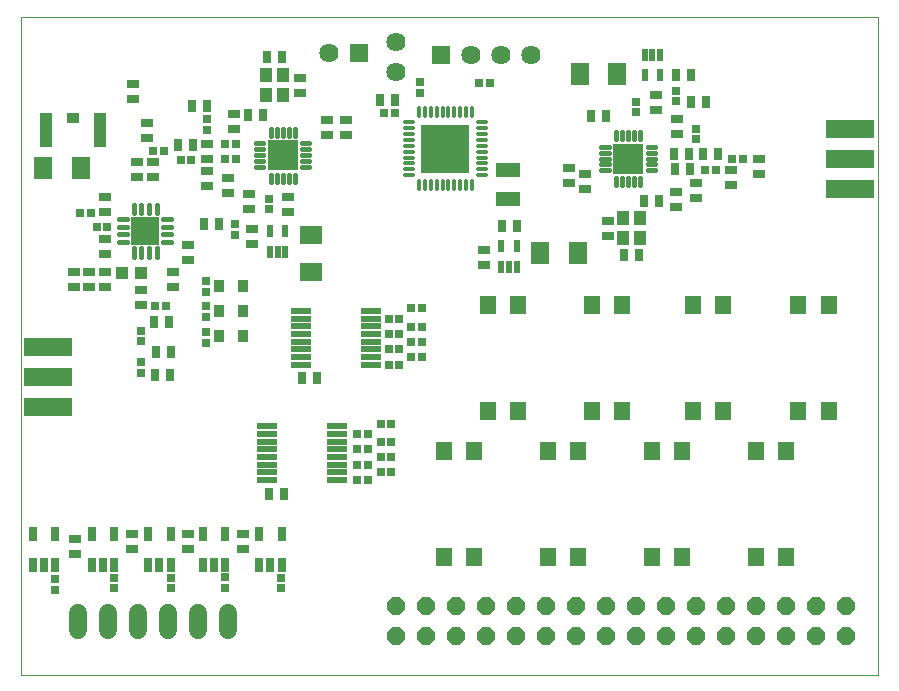
<source format=gts>
G75*
G70*
%OFA0B0*%
%FSLAX24Y24*%
%IPPOS*%
%LPD*%
%AMOC8*
5,1,8,0,0,1.08239X$1,22.5*
%
%ADD10C,0.0000*%
%ADD11R,0.1615X0.1615*%
%ADD12C,0.0120*%
%ADD13C,0.0158*%
%ADD14R,0.1024X0.1024*%
%ADD15R,0.0197X0.0434*%
%ADD16R,0.0410X0.0290*%
%ADD17R,0.0290X0.0410*%
%ADD18R,0.0316X0.0296*%
%ADD19R,0.0640X0.0740*%
%ADD20R,0.0740X0.0640*%
%ADD21R,0.0276X0.0276*%
%ADD22R,0.0434X0.0512*%
%ADD23R,0.0296X0.0316*%
%ADD24R,0.0640X0.0640*%
%ADD25C,0.0640*%
%ADD26R,0.1640X0.0640*%
%ADD27C,0.0178*%
%ADD28R,0.0926X0.0926*%
%ADD29R,0.0434X0.1142*%
%ADD30R,0.0434X0.0355*%
%ADD31R,0.0414X0.0434*%
%ADD32R,0.0670X0.0197*%
%ADD33OC8,0.0600*%
%ADD34R,0.0788X0.0473*%
%ADD35C,0.0600*%
%ADD36R,0.0355X0.0434*%
%ADD37R,0.0257X0.0512*%
%ADD38R,0.0552X0.0631*%
D10*
X000508Y000468D02*
X000508Y022398D01*
X029060Y022398D01*
X029060Y000468D01*
X000508Y000468D01*
D11*
X014643Y017997D03*
D12*
X015730Y018095D02*
X016000Y018095D01*
X016000Y018292D02*
X015730Y018292D01*
X015730Y018489D02*
X016000Y018489D01*
X016000Y018686D02*
X015730Y018686D01*
X015730Y018882D02*
X016000Y018882D01*
X015529Y019084D02*
X015529Y019354D01*
X015332Y019354D02*
X015332Y019084D01*
X015135Y019084D02*
X015135Y019354D01*
X014938Y019354D02*
X014938Y019084D01*
X014741Y019084D02*
X014741Y019354D01*
X014544Y019354D02*
X014544Y019084D01*
X014348Y019084D02*
X014348Y019354D01*
X014151Y019354D02*
X014151Y019084D01*
X013954Y019084D02*
X013954Y019354D01*
X013757Y019354D02*
X013757Y019084D01*
X013556Y018882D02*
X013286Y018882D01*
X013286Y018686D02*
X013556Y018686D01*
X013556Y018489D02*
X013286Y018489D01*
X013286Y018292D02*
X013556Y018292D01*
X013556Y018095D02*
X013286Y018095D01*
X013286Y017898D02*
X013556Y017898D01*
X013556Y017701D02*
X013286Y017701D01*
X013286Y017504D02*
X013556Y017504D01*
X013556Y017308D02*
X013286Y017308D01*
X013286Y017111D02*
X013556Y017111D01*
X013757Y016909D02*
X013757Y016639D01*
X013954Y016639D02*
X013954Y016909D01*
X014151Y016909D02*
X014151Y016639D01*
X014348Y016639D02*
X014348Y016909D01*
X014544Y016909D02*
X014544Y016639D01*
X014741Y016639D02*
X014741Y016909D01*
X014938Y016909D02*
X014938Y016639D01*
X015135Y016639D02*
X015135Y016909D01*
X015332Y016909D02*
X015332Y016639D01*
X015529Y016639D02*
X015529Y016909D01*
X015730Y017111D02*
X016000Y017111D01*
X016000Y017308D02*
X015730Y017308D01*
X015730Y017504D02*
X016000Y017504D01*
X016000Y017701D02*
X015730Y017701D01*
X015730Y017898D02*
X016000Y017898D01*
D13*
X019843Y017865D02*
X020079Y017865D01*
X020079Y018061D02*
X019843Y018061D01*
X019843Y017668D02*
X020079Y017668D01*
X020079Y017471D02*
X019843Y017471D01*
X019843Y017274D02*
X020079Y017274D01*
X020335Y017018D02*
X020335Y016782D01*
X020531Y016782D02*
X020531Y017018D01*
X020728Y017018D02*
X020728Y016782D01*
X020925Y016782D02*
X020925Y017018D01*
X021122Y017018D02*
X021122Y016782D01*
X021378Y017274D02*
X021614Y017274D01*
X021614Y017471D02*
X021378Y017471D01*
X021378Y017668D02*
X021614Y017668D01*
X021614Y017865D02*
X021378Y017865D01*
X021378Y018061D02*
X021614Y018061D01*
X021122Y018317D02*
X021122Y018553D01*
X020925Y018553D02*
X020925Y018317D01*
X020728Y018317D02*
X020728Y018553D01*
X020531Y018553D02*
X020531Y018317D01*
X020335Y018317D02*
X020335Y018553D01*
X010110Y018171D02*
X009874Y018171D01*
X009874Y017974D02*
X010110Y017974D01*
X010110Y017778D02*
X009874Y017778D01*
X009874Y017581D02*
X010110Y017581D01*
X010110Y017384D02*
X009874Y017384D01*
X009618Y017128D02*
X009618Y016892D01*
X009422Y016892D02*
X009422Y017128D01*
X009225Y017128D02*
X009225Y016892D01*
X009028Y016892D02*
X009028Y017128D01*
X008831Y017128D02*
X008831Y016892D01*
X008575Y017384D02*
X008339Y017384D01*
X008339Y017581D02*
X008575Y017581D01*
X008575Y017778D02*
X008339Y017778D01*
X008339Y017974D02*
X008575Y017974D01*
X008575Y018171D02*
X008339Y018171D01*
X008831Y018427D02*
X008831Y018663D01*
X009028Y018663D02*
X009028Y018427D01*
X009225Y018427D02*
X009225Y018663D01*
X009422Y018663D02*
X009422Y018427D01*
X009618Y018427D02*
X009618Y018663D01*
D14*
X009225Y017778D03*
X020728Y017668D03*
D15*
X021281Y020437D03*
X021792Y020437D03*
X021792Y021126D03*
X021537Y021126D03*
X021281Y021126D03*
X017019Y014745D03*
X016508Y014745D03*
X016508Y014056D03*
X016763Y014056D03*
X017019Y014056D03*
X009308Y014568D03*
X009052Y014568D03*
X008797Y014568D03*
X008797Y015257D03*
X009308Y015257D03*
D16*
X009378Y015898D03*
X009378Y016398D03*
X008088Y016498D03*
X008088Y015998D03*
X008208Y015318D03*
X008208Y014818D03*
X007408Y016518D03*
X006698Y016738D03*
X006698Y017238D03*
X006708Y017658D03*
X006708Y018158D03*
X007608Y018658D03*
X007608Y019158D03*
X009808Y019858D03*
X009808Y020358D03*
X010688Y018938D03*
X010688Y018438D03*
X011328Y018438D03*
X011328Y018938D03*
X007408Y017018D03*
X004908Y017058D03*
X004908Y017558D03*
X004348Y017558D03*
X004348Y017058D03*
X003288Y016378D03*
X003288Y015878D03*
X003308Y014998D03*
X003308Y014498D03*
X003288Y013878D03*
X003288Y013378D03*
X002768Y013378D03*
X002768Y013878D03*
X002248Y013878D03*
X002248Y013378D03*
X004508Y013278D03*
X004508Y012778D03*
X005568Y013378D03*
X005568Y013878D03*
X006068Y014298D03*
X006068Y014798D03*
X004678Y018348D03*
X004678Y018848D03*
X004228Y019658D03*
X004228Y020158D03*
X015928Y014618D03*
X015928Y014118D03*
X018768Y016838D03*
X018768Y017338D03*
X019288Y017138D03*
X019288Y016638D03*
X020058Y015598D03*
X020058Y015098D03*
X022328Y016038D03*
X022328Y016538D03*
X022985Y016366D03*
X022985Y016866D03*
X024158Y016778D03*
X024158Y017278D03*
X025078Y017138D03*
X025078Y017638D03*
X022368Y018478D03*
X022368Y018978D03*
X021668Y019288D03*
X021668Y019788D03*
X007878Y005158D03*
X007878Y004658D03*
X006048Y004658D03*
X006048Y005158D03*
X004188Y005158D03*
X004188Y004658D03*
X002298Y004498D03*
X002298Y004998D03*
D17*
X008748Y006488D03*
X009248Y006488D03*
X009868Y010368D03*
X010368Y010368D03*
X005458Y010468D03*
X004958Y010468D03*
X004978Y011228D03*
X005478Y011228D03*
X005438Y012228D03*
X004938Y012228D03*
X006598Y015488D03*
X007098Y015488D03*
X006218Y018128D03*
X005718Y018128D03*
X006198Y019418D03*
X006698Y019418D03*
X008058Y019128D03*
X008558Y019128D03*
X008678Y021048D03*
X009178Y021048D03*
X012458Y019608D03*
X012958Y019608D03*
X016518Y015408D03*
X017018Y015408D03*
X020608Y014448D03*
X021108Y014448D03*
X021258Y016258D03*
X021758Y016258D03*
X022282Y017309D03*
X022782Y017309D03*
X022774Y017821D03*
X022274Y017821D03*
X023214Y017817D03*
X023714Y017817D03*
X023318Y019558D03*
X022818Y019558D03*
X022838Y020448D03*
X022338Y020448D03*
X019978Y019088D03*
X019478Y019088D03*
D18*
X022338Y019571D03*
X022338Y019925D03*
X022989Y018667D03*
X022989Y018313D03*
X007628Y015485D03*
X007628Y015131D03*
X004508Y011925D03*
X004508Y011571D03*
X004508Y010885D03*
X004508Y010531D03*
X006688Y018621D03*
X006688Y018975D03*
D19*
X002493Y017348D03*
X001243Y017348D03*
X017802Y014510D03*
X019052Y014510D03*
X019121Y020479D03*
X020371Y020479D03*
D20*
X010148Y015131D03*
X010148Y013881D03*
D21*
X008748Y015971D03*
X008748Y016325D03*
X006668Y013585D03*
X006668Y013231D03*
X006668Y012745D03*
X006668Y012391D03*
X006648Y011885D03*
X006648Y011531D03*
X003366Y015388D03*
X003011Y015388D03*
X011691Y008488D03*
X012046Y008488D03*
X012486Y008228D03*
X012841Y008228D03*
X012841Y007723D03*
X012486Y007723D03*
X012046Y007973D03*
X011691Y007973D03*
X011691Y007463D03*
X012046Y007463D03*
X012486Y007208D03*
X012841Y007208D03*
X012046Y006953D03*
X011691Y006953D03*
X012486Y008818D03*
X012841Y008818D03*
X012751Y010798D03*
X013106Y010798D03*
X013491Y011053D03*
X013846Y011053D03*
X013846Y011558D03*
X013491Y011558D03*
X013106Y011303D03*
X012751Y011303D03*
X012751Y011818D03*
X013106Y011818D03*
X013491Y012068D03*
X013846Y012068D03*
X013106Y012328D03*
X012751Y012328D03*
X013491Y012688D03*
X013846Y012688D03*
X012946Y019188D03*
X012591Y019188D03*
X013808Y019851D03*
X013808Y020205D03*
X015771Y020188D03*
X016126Y020188D03*
X020988Y019565D03*
X020988Y019211D03*
X009168Y003695D03*
X009168Y003341D03*
X007308Y003351D03*
X007308Y003705D03*
X005488Y003695D03*
X005488Y003341D03*
X003598Y003341D03*
X003598Y003695D03*
X001628Y003645D03*
X001628Y003291D03*
D22*
X020570Y015024D03*
X021121Y015024D03*
X021121Y015694D03*
X020570Y015694D03*
X009229Y019771D03*
X008677Y019771D03*
X008677Y020441D03*
X009229Y020441D03*
D23*
X007646Y018148D03*
X007291Y018148D03*
X007291Y017668D03*
X007646Y017668D03*
X006176Y017628D03*
X005821Y017628D03*
X005256Y017918D03*
X004901Y017918D03*
X002826Y015868D03*
X002471Y015868D03*
X004971Y012768D03*
X005326Y012768D03*
X023310Y017270D03*
X023664Y017270D03*
X024201Y017648D03*
X024556Y017648D03*
D24*
X014508Y021108D03*
X011748Y021188D03*
D25*
X010748Y021188D03*
X012988Y021548D03*
X012988Y020548D03*
X015508Y021108D03*
X016508Y021108D03*
X017508Y021108D03*
D26*
X028133Y018643D03*
X028133Y017643D03*
X028133Y016643D03*
X001408Y011388D03*
X001408Y010388D03*
X001408Y009388D03*
D27*
X004244Y014402D02*
X004244Y014676D01*
X004500Y014676D02*
X004500Y014402D01*
X004756Y014402D02*
X004756Y014676D01*
X005012Y014676D02*
X005012Y014402D01*
X005220Y014884D02*
X005494Y014884D01*
X005494Y015140D02*
X005220Y015140D01*
X005220Y015396D02*
X005494Y015396D01*
X005494Y015652D02*
X005220Y015652D01*
X005012Y015859D02*
X005012Y016133D01*
X004756Y016133D02*
X004756Y015859D01*
X004500Y015859D02*
X004500Y016133D01*
X004244Y016133D02*
X004244Y015859D01*
X004037Y015652D02*
X003763Y015652D01*
X003763Y015396D02*
X004037Y015396D01*
X004037Y015140D02*
X003763Y015140D01*
X003763Y014884D02*
X004037Y014884D01*
D28*
X004628Y015268D03*
D29*
X003125Y018621D03*
X001322Y018621D03*
D30*
X002224Y019014D03*
D31*
X003873Y013868D03*
X004503Y013868D03*
D32*
X009828Y012583D03*
X009828Y012327D03*
X009828Y012071D03*
X009828Y011815D03*
X009828Y011559D03*
X009828Y011304D03*
X009828Y011048D03*
X009828Y010792D03*
X012150Y010792D03*
X012150Y011048D03*
X012150Y011304D03*
X012150Y011559D03*
X012150Y011815D03*
X012150Y012071D03*
X012150Y012327D03*
X012150Y012583D03*
X011020Y008743D03*
X011020Y008487D03*
X011020Y008231D03*
X011020Y007975D03*
X011020Y007719D03*
X011020Y007464D03*
X011020Y007208D03*
X011020Y006952D03*
X008698Y006952D03*
X008698Y007208D03*
X008698Y007464D03*
X008698Y007719D03*
X008698Y007975D03*
X008698Y008231D03*
X008698Y008487D03*
X008698Y008743D03*
D33*
X012988Y002758D03*
X012988Y001758D03*
X013988Y001758D03*
X014988Y001758D03*
X015988Y001758D03*
X015988Y002758D03*
X014988Y002758D03*
X013988Y002758D03*
X016988Y002758D03*
X017988Y002758D03*
X017988Y001758D03*
X016988Y001758D03*
X018988Y001758D03*
X019988Y001758D03*
X020988Y001748D03*
X020988Y002748D03*
X019988Y002758D03*
X018988Y002758D03*
X021988Y002748D03*
X022988Y002748D03*
X023988Y002748D03*
X023988Y001748D03*
X022988Y001748D03*
X021988Y001748D03*
X024988Y001748D03*
X025988Y001748D03*
X025988Y002748D03*
X024988Y002748D03*
X026988Y002748D03*
X027988Y002748D03*
X027988Y001748D03*
X026988Y001748D03*
D34*
X016728Y016316D03*
X016728Y017300D03*
D35*
X007388Y002528D02*
X007388Y001968D01*
X006388Y001968D02*
X006388Y002528D01*
X005388Y002528D02*
X005388Y001968D01*
X004388Y001968D02*
X004388Y002528D01*
X003388Y002528D02*
X003388Y001968D01*
X002388Y001968D02*
X002388Y002528D01*
D36*
X007095Y011748D03*
X007882Y011748D03*
X007882Y012588D03*
X007095Y012588D03*
X007095Y013428D03*
X007882Y013428D03*
D37*
X008434Y005160D03*
X009182Y005160D03*
X009182Y004136D03*
X008808Y004136D03*
X008434Y004136D03*
X007302Y004136D03*
X006928Y004136D03*
X006554Y004136D03*
X005482Y004116D03*
X005108Y004116D03*
X004734Y004116D03*
X003602Y004116D03*
X003228Y004116D03*
X002854Y004116D03*
X001642Y004116D03*
X001268Y004116D03*
X000894Y004116D03*
X000894Y005140D03*
X001642Y005140D03*
X002854Y005140D03*
X003602Y005140D03*
X004734Y005140D03*
X005482Y005140D03*
X006554Y005160D03*
X007302Y005160D03*
D38*
X014584Y004374D03*
X015593Y004376D03*
X018044Y004374D03*
X019053Y004376D03*
X021524Y004374D03*
X022533Y004376D03*
X024984Y004374D03*
X025993Y004376D03*
X026000Y007915D03*
X024984Y007917D03*
X023893Y009256D03*
X022884Y009254D03*
X022540Y007915D03*
X021524Y007917D03*
X020533Y009256D03*
X019524Y009254D03*
X019060Y007915D03*
X018044Y007917D03*
X017053Y009256D03*
X016044Y009254D03*
X015600Y007915D03*
X014584Y007917D03*
X016044Y012797D03*
X017060Y012795D03*
X019524Y012797D03*
X020540Y012795D03*
X022884Y012797D03*
X023900Y012795D03*
X026404Y012797D03*
X027420Y012795D03*
X027413Y009256D03*
X026404Y009254D03*
M02*

</source>
